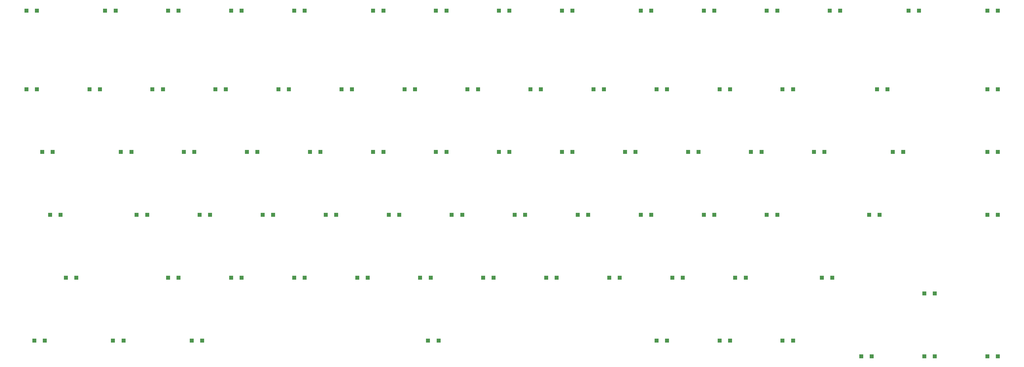
<source format=gbr>
%TF.GenerationSoftware,KiCad,Pcbnew,9.0.2*%
%TF.CreationDate,2025-11-03T13:59:49-05:00*%
%TF.ProjectId,750-THR-Earthtyper,3735302d-5448-4522-9d45-617274687479,rev?*%
%TF.SameCoordinates,Original*%
%TF.FileFunction,Paste,Bot*%
%TF.FilePolarity,Positive*%
%FSLAX46Y46*%
G04 Gerber Fmt 4.6, Leading zero omitted, Abs format (unit mm)*
G04 Created by KiCad (PCBNEW 9.0.2) date 2025-11-03 13:59:49*
%MOMM*%
%LPD*%
G01*
G04 APERTURE LIST*
%ADD10R,1.200000X1.200000*%
G04 APERTURE END LIST*
D10*
%TO.C,D57*%
X221507250Y56845200D03*
X218357250Y56845200D03*
%TD*%
%TO.C,D33*%
X46234550Y75793600D03*
X43084550Y75793600D03*
%TD*%
%TO.C,D40*%
X178873350Y75793600D03*
X175723350Y75793600D03*
%TD*%
%TO.C,D71*%
X238087100Y37896800D03*
X234937100Y37896800D03*
%TD*%
%TO.C,D43*%
X235718550Y75793600D03*
X232568550Y75793600D03*
%TD*%
%TO.C,D50*%
X88868450Y56845200D03*
X85718450Y56845200D03*
%TD*%
%TO.C,D21*%
X93605550Y94742000D03*
X90455550Y94742000D03*
%TD*%
%TO.C,D65*%
X117291050Y37896800D03*
X114141050Y37896800D03*
%TD*%
%TO.C,D6*%
X103079750Y118427500D03*
X99929750Y118427500D03*
%TD*%
%TO.C,D14*%
X264141150Y118427500D03*
X260991150Y118427500D03*
%TD*%
%TO.C,D72*%
X1232100Y18948400D03*
X-1917900Y18948400D03*
%TD*%
%TO.C,D70*%
X212033050Y37896800D03*
X208883050Y37896800D03*
%TD*%
%TO.C,D77*%
X207295950Y18948400D03*
X204145950Y18948400D03*
%TD*%
%TO.C,D26*%
X188347550Y94742000D03*
X185197550Y94742000D03*
%TD*%
%TO.C,D75*%
X119659600Y18948400D03*
X116509600Y18948400D03*
%TD*%
%TO.C,D69*%
X193084650Y37896800D03*
X189934650Y37896800D03*
%TD*%
%TO.C,D58*%
X252298400Y56845200D03*
X249148400Y56845200D03*
%TD*%
%TO.C,D16*%
X-1136450Y94742000D03*
X-4286450Y94742000D03*
%TD*%
%TO.C,D23*%
X131502350Y94742000D03*
X128352350Y94742000D03*
%TD*%
%TO.C,D76*%
X188347550Y18948400D03*
X185197550Y18948400D03*
%TD*%
%TO.C,D68*%
X174136250Y37896800D03*
X170986250Y37896800D03*
%TD*%
%TO.C,D27*%
X207295950Y94742000D03*
X204145950Y94742000D03*
%TD*%
%TO.C,D5*%
X79394250Y118427500D03*
X76244250Y118427500D03*
%TD*%
%TO.C,D39*%
X159924950Y75793600D03*
X156774950Y75793600D03*
%TD*%
%TO.C,D45*%
X287826650Y75793600D03*
X284676650Y75793600D03*
%TD*%
%TO.C,D56*%
X202558850Y56845200D03*
X199408850Y56845200D03*
%TD*%
%TO.C,D52*%
X126765250Y56845200D03*
X123615250Y56845200D03*
%TD*%
%TO.C,D80*%
X268878250Y33159700D03*
X265728250Y33159700D03*
%TD*%
%TO.C,D28*%
X226244350Y94742000D03*
X223094350Y94742000D03*
%TD*%
%TO.C,D30*%
X287826650Y94742000D03*
X284676650Y94742000D03*
%TD*%
%TO.C,D55*%
X183610450Y56845200D03*
X180460450Y56845200D03*
%TD*%
%TO.C,D79*%
X249929850Y14211300D03*
X246779850Y14211300D03*
%TD*%
%TO.C,D29*%
X254666950Y94742000D03*
X251516950Y94742000D03*
%TD*%
%TO.C,D74*%
X48603100Y18948400D03*
X45453100Y18948400D03*
%TD*%
%TO.C,D44*%
X259404050Y75793600D03*
X256254050Y75793600D03*
%TD*%
%TO.C,D64*%
X98342650Y37896800D03*
X95192650Y37896800D03*
%TD*%
%TO.C,D24*%
X150450750Y94742000D03*
X147300750Y94742000D03*
%TD*%
%TO.C,D73*%
X24917600Y18948400D03*
X21767600Y18948400D03*
%TD*%
%TO.C,D12*%
X221507250Y118427500D03*
X218357250Y118427500D03*
%TD*%
%TO.C,D81*%
X268878250Y14211300D03*
X265728250Y14211300D03*
%TD*%
%TO.C,D78*%
X226244350Y18948400D03*
X223094350Y18948400D03*
%TD*%
%TO.C,D38*%
X140976550Y75793600D03*
X137826550Y75793600D03*
%TD*%
%TO.C,D41*%
X197821750Y75793600D03*
X194671750Y75793600D03*
%TD*%
%TO.C,D13*%
X240455650Y118427500D03*
X237305650Y118427500D03*
%TD*%
%TO.C,D10*%
X183610450Y118427500D03*
X180460450Y118427500D03*
%TD*%
%TO.C,D60*%
X10706300Y37896800D03*
X7556300Y37896800D03*
%TD*%
%TO.C,D42*%
X216770150Y75793600D03*
X213620150Y75793600D03*
%TD*%
%TO.C,D53*%
X145713650Y56845200D03*
X142563650Y56845200D03*
%TD*%
%TO.C,D61*%
X41497450Y37896800D03*
X38347450Y37896800D03*
%TD*%
%TO.C,D48*%
X50971650Y56845200D03*
X47821650Y56845200D03*
%TD*%
%TO.C,D49*%
X69920050Y56845200D03*
X66770050Y56845200D03*
%TD*%
%TO.C,D62*%
X60445850Y37896800D03*
X57295850Y37896800D03*
%TD*%
%TO.C,D19*%
X55708750Y94742000D03*
X52558750Y94742000D03*
%TD*%
%TO.C,D1*%
X-1136450Y118427500D03*
X-4286450Y118427500D03*
%TD*%
%TO.C,D20*%
X74657150Y94742000D03*
X71507150Y94742000D03*
%TD*%
%TO.C,D37*%
X122028150Y75793600D03*
X118878150Y75793600D03*
%TD*%
%TO.C,D66*%
X136239450Y37896800D03*
X133089450Y37896800D03*
%TD*%
%TO.C,D9*%
X159924950Y118427500D03*
X156774950Y118427500D03*
%TD*%
%TO.C,D59*%
X287826650Y56845200D03*
X284676650Y56845200D03*
%TD*%
%TO.C,D8*%
X140976550Y118427500D03*
X137826550Y118427500D03*
%TD*%
%TO.C,D54*%
X164662050Y56845200D03*
X161512050Y56845200D03*
%TD*%
%TO.C,D51*%
X107816850Y56845200D03*
X104666850Y56845200D03*
%TD*%
%TO.C,D18*%
X36760350Y94742000D03*
X33610350Y94742000D03*
%TD*%
%TO.C,D32*%
X27286150Y75793600D03*
X24136150Y75793600D03*
%TD*%
%TO.C,D47*%
X32023250Y56845200D03*
X28873250Y56845200D03*
%TD*%
%TO.C,D31*%
X3600650Y75793600D03*
X450650Y75793600D03*
%TD*%
%TO.C,D22*%
X112553950Y94742000D03*
X109403950Y94742000D03*
%TD*%
%TO.C,D17*%
X17811950Y94742000D03*
X14661950Y94742000D03*
%TD*%
%TO.C,D82*%
X287826650Y14211300D03*
X284676650Y14211300D03*
%TD*%
%TO.C,D15*%
X287826650Y118427500D03*
X284676650Y118427500D03*
%TD*%
%TO.C,D34*%
X65182950Y75793600D03*
X62032950Y75793600D03*
%TD*%
%TO.C,D36*%
X103079750Y75793600D03*
X99929750Y75793600D03*
%TD*%
%TO.C,D25*%
X169399150Y94742000D03*
X166249150Y94742000D03*
%TD*%
%TO.C,D63*%
X79394250Y37896800D03*
X76244250Y37896800D03*
%TD*%
%TO.C,D67*%
X155187850Y37896800D03*
X152037850Y37896800D03*
%TD*%
%TO.C,D3*%
X41497450Y118427500D03*
X38347450Y118427500D03*
%TD*%
%TO.C,D35*%
X84131350Y75793600D03*
X80981350Y75793600D03*
%TD*%
%TO.C,D46*%
X5969200Y56845200D03*
X2819200Y56845200D03*
%TD*%
%TO.C,D11*%
X202558850Y118427500D03*
X199408850Y118427500D03*
%TD*%
%TO.C,D4*%
X60445850Y118427500D03*
X57295850Y118427500D03*
%TD*%
%TO.C,D2*%
X22549050Y118427500D03*
X19399050Y118427500D03*
%TD*%
%TO.C,D7*%
X122028150Y118427500D03*
X118878150Y118427500D03*
%TD*%
M02*

</source>
